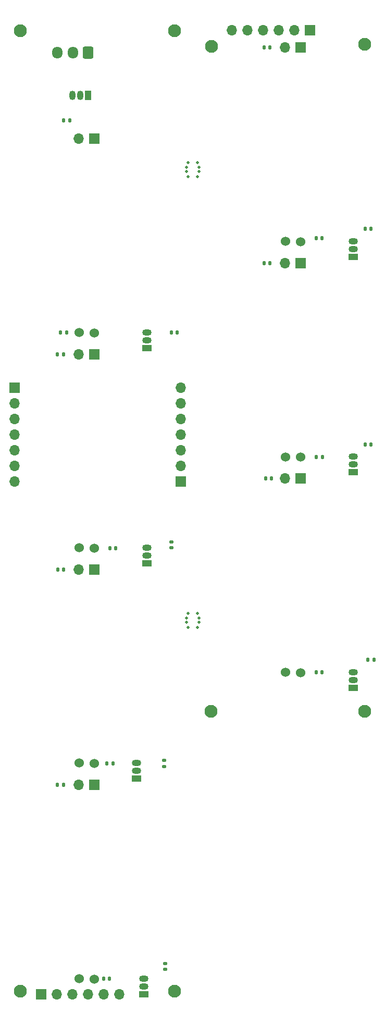
<source format=gbr>
%TF.GenerationSoftware,KiCad,Pcbnew,8.0.8*%
%TF.CreationDate,2025-03-24T10:51:23+01:00*%
%TF.ProjectId,column,636f6c75-6d6e-42e6-9b69-6361645f7063,rev?*%
%TF.SameCoordinates,Original*%
%TF.FileFunction,Soldermask,Top*%
%TF.FilePolarity,Negative*%
%FSLAX46Y46*%
G04 Gerber Fmt 4.6, Leading zero omitted, Abs format (unit mm)*
G04 Created by KiCad (PCBNEW 8.0.8) date 2025-03-24 10:51:23*
%MOMM*%
%LPD*%
G01*
G04 APERTURE LIST*
G04 Aperture macros list*
%AMRoundRect*
0 Rectangle with rounded corners*
0 $1 Rounding radius*
0 $2 $3 $4 $5 $6 $7 $8 $9 X,Y pos of 4 corners*
0 Add a 4 corners polygon primitive as box body*
4,1,4,$2,$3,$4,$5,$6,$7,$8,$9,$2,$3,0*
0 Add four circle primitives for the rounded corners*
1,1,$1+$1,$2,$3*
1,1,$1+$1,$4,$5*
1,1,$1+$1,$6,$7*
1,1,$1+$1,$8,$9*
0 Add four rect primitives between the rounded corners*
20,1,$1+$1,$2,$3,$4,$5,0*
20,1,$1+$1,$4,$5,$6,$7,0*
20,1,$1+$1,$6,$7,$8,$9,0*
20,1,$1+$1,$8,$9,$2,$3,0*%
G04 Aperture macros list end*
%ADD10RoundRect,0.140000X0.170000X-0.140000X0.170000X0.140000X-0.170000X0.140000X-0.170000X-0.140000X0*%
%ADD11R,1.700000X1.700000*%
%ADD12O,1.700000X1.700000*%
%ADD13R,1.500000X1.050000*%
%ADD14O,1.500000X1.050000*%
%ADD15C,2.100000*%
%ADD16C,1.524000*%
%ADD17RoundRect,0.140000X-0.140000X-0.170000X0.140000X-0.170000X0.140000X0.170000X-0.140000X0.170000X0*%
%ADD18RoundRect,0.135000X-0.135000X-0.185000X0.135000X-0.185000X0.135000X0.185000X-0.135000X0.185000X0*%
%ADD19R,1.050000X1.500000*%
%ADD20O,1.050000X1.500000*%
%ADD21C,0.500000*%
%ADD22RoundRect,0.140000X-0.170000X0.140000X-0.170000X-0.140000X0.170000X-0.140000X0.170000X0.140000X0*%
%ADD23RoundRect,0.250000X0.600000X0.725000X-0.600000X0.725000X-0.600000X-0.725000X0.600000X-0.725000X0*%
%ADD24O,1.700000X1.950000*%
G04 APERTURE END LIST*
D10*
%TO.C,R8*%
X49500000Y-101480000D03*
X49500000Y-100520000D03*
%TD*%
D11*
%TO.C,D6*%
X70550000Y-55200000D03*
D12*
X68010000Y-55200000D03*
%TD*%
D13*
%TO.C,Q6*%
X79050000Y-89200000D03*
D14*
X79050000Y-87930000D03*
X79050000Y-86660000D03*
%TD*%
D13*
%TO.C,Q5*%
X79050000Y-54200000D03*
D14*
X79050000Y-52930000D03*
X79050000Y-51660000D03*
%TD*%
D15*
%TO.C,H4*%
X25000000Y-173500000D03*
%TD*%
D13*
%TO.C,Q1*%
X45500000Y-69000000D03*
D14*
X45500000Y-67730000D03*
X45500000Y-66460000D03*
%TD*%
D13*
%TO.C,Q7*%
X79050000Y-124200000D03*
D14*
X79050000Y-122930000D03*
X79050000Y-121660000D03*
%TD*%
D11*
%TO.C,D7*%
X70550000Y-90200000D03*
D12*
X68010000Y-90200000D03*
%TD*%
D16*
%TO.C,R20*%
X68050000Y-51700000D03*
X70550000Y-51750000D03*
%TD*%
D17*
%TO.C,R17*%
X64550000Y-20200000D03*
X65510000Y-20200000D03*
%TD*%
D16*
%TO.C,R12*%
X34500000Y-171500000D03*
X37000000Y-171550000D03*
%TD*%
D15*
%TO.C,H7*%
X55957664Y-128000000D03*
%TD*%
D18*
%TO.C,R28*%
X81465328Y-119675000D03*
X82485328Y-119675000D03*
%TD*%
D17*
%TO.C,R26*%
X81005328Y-49675000D03*
X81965328Y-49675000D03*
%TD*%
%TO.C,R14*%
X38520000Y-171500000D03*
X39480000Y-171500000D03*
%TD*%
%TO.C,R27*%
X80985328Y-84675000D03*
X81945328Y-84675000D03*
%TD*%
%TO.C,R5*%
X31000000Y-70000000D03*
X31960000Y-70000000D03*
%TD*%
%TO.C,R13*%
X39040000Y-136500000D03*
X40000000Y-136500000D03*
%TD*%
D13*
%TO.C,Q4*%
X45000000Y-174000000D03*
D14*
X45000000Y-172730000D03*
X45000000Y-171460000D03*
%TD*%
D16*
%TO.C,R21*%
X68050000Y-86700000D03*
X70550000Y-86750000D03*
%TD*%
D17*
%TO.C,R24*%
X73070000Y-86700000D03*
X74030000Y-86700000D03*
%TD*%
D15*
%TO.C,H8*%
X80957664Y-128000000D03*
%TD*%
D17*
%TO.C,R9*%
X31020000Y-105000000D03*
X31980000Y-105000000D03*
%TD*%
D16*
%TO.C,R2*%
X34500000Y-66500000D03*
X37000000Y-66550000D03*
%TD*%
D11*
%TO.C,D4*%
X37000000Y-140000000D03*
D12*
X34460000Y-140000000D03*
%TD*%
D15*
%TO.C,H2*%
X50000000Y-17500000D03*
%TD*%
D19*
%TO.C,Q8*%
X35960000Y-28000000D03*
D20*
X34690000Y-28000000D03*
X33420000Y-28000000D03*
%TD*%
D13*
%TO.C,Q3*%
X43860000Y-139000000D03*
D14*
X43860000Y-137730000D03*
X43860000Y-136460000D03*
%TD*%
D17*
%TO.C,R10*%
X31000000Y-140000000D03*
X31960000Y-140000000D03*
%TD*%
D11*
%TO.C,D2*%
X37000000Y-70000000D03*
D12*
X34460000Y-70000000D03*
%TD*%
D11*
%TO.C,D1*%
X37000000Y-35000000D03*
D12*
X34460000Y-35000000D03*
%TD*%
D17*
%TO.C,R19*%
X64800000Y-90200000D03*
X65760000Y-90200000D03*
%TD*%
D16*
%TO.C,R22*%
X68050000Y-121700000D03*
X70550000Y-121750000D03*
%TD*%
D17*
%TO.C,R1*%
X32020000Y-32000000D03*
X32980000Y-32000000D03*
%TD*%
D11*
%TO.C,D5*%
X70507664Y-20175000D03*
D12*
X67967664Y-20175000D03*
%TD*%
D15*
%TO.C,H3*%
X50000000Y-173500000D03*
%TD*%
D17*
%TO.C,R25*%
X73050000Y-121700000D03*
X74010000Y-121700000D03*
%TD*%
D16*
%TO.C,R11*%
X37000000Y-136500000D03*
X34500000Y-136450000D03*
%TD*%
D17*
%TO.C,R18*%
X64550000Y-55200000D03*
X65510000Y-55200000D03*
%TD*%
%TO.C,R3*%
X31520000Y-66500000D03*
X32480000Y-66500000D03*
%TD*%
D13*
%TO.C,Q2*%
X45500000Y-104000000D03*
D14*
X45500000Y-102730000D03*
X45500000Y-101460000D03*
%TD*%
D16*
%TO.C,R6*%
X37000000Y-101500000D03*
X34500000Y-101450000D03*
%TD*%
D10*
%TO.C,R15*%
X48360000Y-136980000D03*
X48360000Y-136020000D03*
%TD*%
D11*
%TO.C,D3*%
X37000000Y-105000000D03*
D12*
X34460000Y-105000000D03*
%TD*%
D17*
%TO.C,R4*%
X49520000Y-66500000D03*
X50480000Y-66500000D03*
%TD*%
%TO.C,R23*%
X73050000Y-51200000D03*
X74010000Y-51200000D03*
%TD*%
D15*
%TO.C,H5*%
X56000000Y-20000000D03*
%TD*%
%TO.C,H1*%
X25000000Y-17500000D03*
%TD*%
D21*
%TO.C,mouse-bite-1mm-slot*%
X52250000Y-41150000D03*
X53750000Y-41150000D03*
X52000000Y-40350000D03*
X54000000Y-40350000D03*
X52000000Y-39650000D03*
X54000000Y-39650000D03*
X52250000Y-38850000D03*
X53750000Y-38850000D03*
%TD*%
D15*
%TO.C,H6*%
X80965328Y-19675000D03*
%TD*%
D22*
%TO.C,R16*%
X48500000Y-169000000D03*
X48500000Y-169960000D03*
%TD*%
D21*
%TO.C,mouse-bite-1mm-slot*%
X52250000Y-114400000D03*
X53750000Y-114400000D03*
X52000000Y-113600000D03*
X54000000Y-113600000D03*
X52000000Y-112900000D03*
X54000000Y-112900000D03*
X52250000Y-112100000D03*
X53750000Y-112100000D03*
%TD*%
D17*
%TO.C,R7*%
X39520000Y-101500000D03*
X40480000Y-101500000D03*
%TD*%
D11*
%TO.C,J13*%
X24000000Y-75460000D03*
D12*
X24000000Y-78000000D03*
X24000000Y-80540000D03*
X24000000Y-83080000D03*
X24000000Y-85620000D03*
X24000000Y-88160000D03*
X24000000Y-90700000D03*
%TD*%
D11*
%TO.C,J3*%
X51000000Y-90700000D03*
D12*
X51000000Y-88160000D03*
X51000000Y-85620000D03*
X51000000Y-83080000D03*
X51000000Y-80540000D03*
X51000000Y-78000000D03*
X51000000Y-75460000D03*
%TD*%
D11*
%TO.C,J18*%
X72000000Y-17375000D03*
D12*
X69460000Y-17375000D03*
X66920000Y-17375000D03*
X64380000Y-17375000D03*
X61840000Y-17375000D03*
X59300000Y-17375000D03*
%TD*%
D11*
%TO.C,J17*%
X28380000Y-174025000D03*
D12*
X30920000Y-174025000D03*
X33460000Y-174025000D03*
X36000000Y-174025000D03*
X38540000Y-174025000D03*
X41080000Y-174025000D03*
%TD*%
D23*
%TO.C,J2*%
X36000000Y-21000000D03*
D24*
X33500000Y-21000000D03*
X31000000Y-21000000D03*
%TD*%
M02*

</source>
